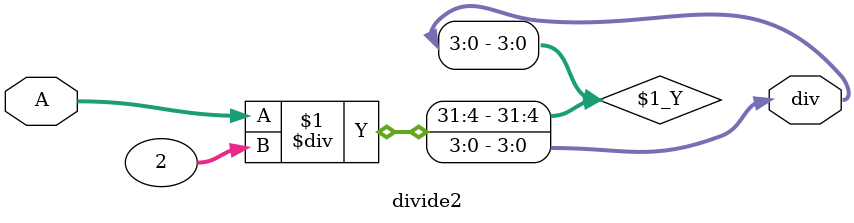
<source format=v>
module divide2(A,div);
	
	input [7:4]A;
	output [3:0]div;
	
	assign div[3:0] = A[7:4] / 2;
	
endmodule
</source>
